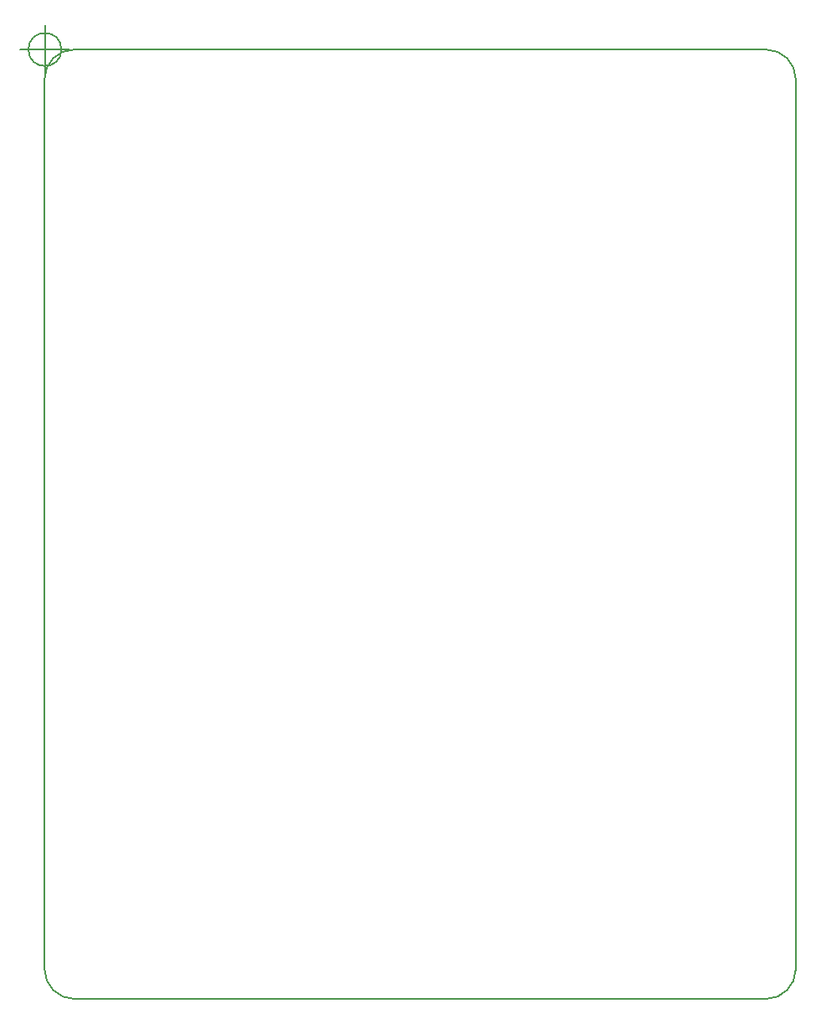
<source format=gbr>
G04 #@! TF.FileFunction,Profile,NP*
%FSLAX46Y46*%
G04 Gerber Fmt 4.6, Leading zero omitted, Abs format (unit mm)*
G04 Created by KiCad (PCBNEW 0.201509101502+6177~30~ubuntu14.04.1-product) date Sat 12 Sep 2015 09:59:39 PM CEST*
%MOMM*%
G01*
G04 APERTURE LIST*
%ADD10C,0.100000*%
%ADD11C,0.150000*%
G04 APERTURE END LIST*
D10*
D11*
X2962961Y-4658D02*
G75*
G03X-31803Y-3004653I5236J-2999995D01*
G01*
X75968197Y-3004653D02*
G75*
G03X72968197Y-4653I-3000000J0D01*
G01*
X72968197Y-96004653D02*
G75*
G03X75968197Y-93004653I0J3000000D01*
G01*
X-31803Y-93004653D02*
G75*
G03X2968197Y-96004653I3000000J0D01*
G01*
X1666666Y0D02*
G75*
G03X1666666Y0I-1666666J0D01*
G01*
X-2500000Y0D02*
X2500000Y0D01*
X0Y2500000D02*
X0Y-2500000D01*
X-31803Y-3004653D02*
X-31803Y-93004653D01*
X75968197Y-3004653D02*
X75968197Y-93004653D01*
X2968197Y-4653D02*
X72968197Y-4653D01*
X2968197Y-96004653D02*
X72968197Y-96004653D01*
M02*

</source>
